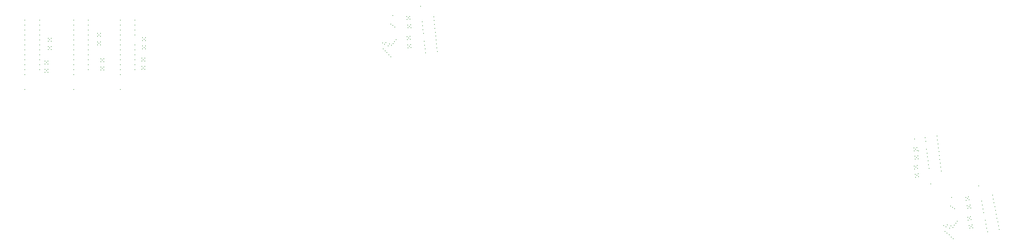
<source format=gbr>
*
G4_C Author: OrCAD GerbTool(tm) 8.1.1 Thu Jun 19 01:37:11 2003*
G4 Mass Parameters *
G4 Image *
G4 Aperture Definitions *
G4 Plot Data *
G4 Mass Parameters *
G4 Image *
G4 Aperture Definitions *
G4 Plot Data *
G4 Mass Parameters *
G4 Image *
G4 Aperture Definitions *
G4 Plot Data *
G4 Mass Parameters *
G4 Image *
G4 Aperture Definitions *
G4 Plot Data *
%LPD*%
%FSLAX34Y34*%
%MOIN*%
%AD*%
%ADD10R,0.050000X0.050000*%
%ADD11C,0.006000*%
%ADD12C,0.019000*%
%ADD13C,0.007900*%
%ADD14C,0.005000*%
%ADD15C,0.000800*%
%ADD16R,0.070000X0.025000*%
%ADD17R,0.068000X0.023000*%
%ADD18C,0.006000*%
%ADD19C,0.009800*%
%ADD20C,0.010000*%
%ADD21C,0.030000*%
%ADD22C,0.060000*%
%ADD23C,0.035000*%
%ADD24C,0.055000*%
%ADD25C,0.065000*%
%ADD256C,0.015000*%
%ADD257C,0.011000*%
%ADD258C,0.036000*%
G4_C OrCAD GerbTool Tool List *
G4_D256 2 0.0150 T 0 0*
G4_D257 1 0.0110 T 0 0*
G4_D258 3 0.0360 T 0 0*
G54D257*
G1X11812Y38880D3*
G1X11810Y38380D3*
G1X11810Y37880D3*
G1X11812Y36379D3*
G1X11811Y35879D3*
G1X11810Y35380D3*
G1X11810Y34880D3*
G1X11811Y34380D3*
G1X11811Y33879D3*
G1X10340Y38881D3*
G1X10340Y38381D3*
G1X10339Y37880D3*
G1X10339Y37381D3*
G1X10339Y36881D3*
G1X10339Y36380D3*
G1X10340Y35880D3*
G1X10340Y35381D3*
G1X10339Y34880D3*
G1X10340Y34381D3*
G1X10339Y33881D3*
G1X10340Y33380D3*
G1X10339Y31881D3*
G1X11810Y37380D3*
G1X12798Y33910D3*
G1X12798Y34211D3*
G1X12499Y33910D3*
G1X12499Y34210D3*
G1X12649Y34060D3*
G1X12798Y34750D3*
G1X12798Y35051D3*
G1X12498Y34750D3*
G1X12498Y35050D3*
G1X12648Y34900D3*
G1X12875Y35974D3*
G1X12875Y36274D3*
G1X12575Y35974D3*
G1X12575Y36274D3*
G1X12725Y36124D3*
G1X12874Y36814D3*
G1X12874Y37114D3*
G1X12575Y36814D3*
G1X12575Y37114D3*
G1X12725Y36964D3*
G1X7121Y37380D3*
G1X7122Y36879D3*
G1X7123Y36379D3*
G1X7122Y35879D3*
G1X7121Y35380D3*
G1X7121Y34880D3*
G1X7122Y34380D3*
G1X7122Y33879D3*
G1X5651Y38882D3*
G1X5651Y38382D3*
G1X5650Y37881D3*
G1X5650Y37382D3*
G1X5650Y36882D3*
G1X5650Y36381D3*
G1X5651Y35881D3*
G1X5651Y35382D3*
G1X5650Y34881D3*
G1X5651Y34382D3*
G1X5650Y33882D3*
G1X5651Y33381D3*
G1X5650Y31881D3*
G1X7121Y38880D3*
G1X7121Y38380D3*
G1X7121Y37880D3*
G1X8667Y33856D3*
G1X8667Y34156D3*
G1X8367Y33856D3*
G1X8368Y34156D3*
G1X8518Y34006D3*
G1X8666Y34696D3*
G1X8666Y34996D3*
G1X8367Y34696D3*
G1X8367Y34996D3*
G1X8517Y34846D3*
G1X8336Y36398D3*
G1X8336Y36699D3*
G1X8037Y36398D3*
G1X8037Y36698D3*
G1X8187Y36548D3*
G1X8336Y37238D3*
G1X8336Y37538D3*
G1X8036Y37238D3*
G1X8036Y37538D3*
G1X8186Y37388D3*
G1X2194Y38879D3*
G1X2192Y38379D3*
G1X2192Y37879D3*
G1X2192Y37379D3*
G1X2193Y36878D3*
G1X2194Y36378D3*
G1X2193Y35878D3*
G1X2192Y35379D3*
G1X2192Y34879D3*
G1X2193Y34379D3*
G1X2193Y33878D3*
G1X722Y38880D3*
G1X722Y38380D3*
G1X721Y37879D3*
G1X721Y37380D3*
G1X721Y36880D3*
G1X721Y36379D3*
G1X722Y35879D3*
G1X722Y35380D3*
G1X721Y34879D3*
G1X722Y34380D3*
G1X721Y33880D3*
G1X722Y33379D3*
G1X721Y31879D3*
G1X3055Y33621D3*
G1X3055Y33921D3*
G1X2755Y33621D3*
G1X2755Y33921D3*
G1X2905Y33771D3*
G1X3054Y34461D3*
G1X3054Y34761D3*
G1X2754Y34461D3*
G1X2755Y34760D3*
G1X2904Y34611D3*
G1X3374Y35925D3*
G1X3374Y36225D3*
G1X3074Y35925D3*
G1X3074Y36225D3*
G1X3224Y36075D3*
G1X3373Y36765D3*
G1X3373Y37065D3*
G1X3073Y36765D3*
G1X3074Y37064D3*
G1X3223Y36915D3*
G1X37481Y36492D3*
G1X37616Y35199D3*
G1X37622Y38498D3*
G1X37814Y38343D3*
G1X38007Y38187D3*
G1X38141Y36912D3*
G1X37985Y36720D3*
G1X37829Y36527D3*
G1X37673Y36335D3*
G1X36768Y36594D3*
G1X36960Y36437D3*
G1X37326Y36299D3*
G1X37116Y36630D3*
G1X37220Y35621D3*
G1X37025Y35795D3*
G1X37421Y35383D3*
G1X36829Y35992D3*
G1X42297Y35704D3*
G1X42256Y36097D3*
G1X42214Y36488D3*
G1X42173Y36878D3*
G1X42132Y37270D3*
G1X42091Y37661D3*
G1X42050Y38053D3*
G1X42009Y38445D3*
G1X41968Y38837D3*
G1X41926Y39227D3*
G1X41102Y35578D3*
G1X41061Y35970D3*
G1X41020Y36361D3*
G1X40979Y36753D3*
G1X40897Y37536D3*
G1X40855Y37927D3*
G1X40814Y38319D3*
G1X40773Y38711D3*
G1X40609Y40275D3*
G1X39651Y36125D3*
G1X39620Y36423D3*
G1X39353Y36093D3*
G1X39322Y36392D3*
G1X39486Y36258D3*
G1X39563Y36960D3*
G1X39531Y37258D3*
G1X39264Y36929D3*
G1X39234Y37226D3*
G1X39398Y37093D3*
G1X39629Y38132D3*
G1X39598Y38431D3*
G1X39331Y38101D3*
G1X39300Y38399D3*
G1X39465Y38266D3*
G1X39540Y38968D3*
G1X39509Y39266D3*
G1X39242Y38936D3*
G1X39212Y39234D3*
G1X39376Y39101D3*
G1X37791Y39355D3*
G1X94076Y18104D3*
G1X94323Y16828D3*
G1X94041Y20116D3*
G1X94246Y19977D3*
G1X94452Y19839D3*
G1X94696Y18581D3*
G1X94558Y18375D3*
G1X94419Y18170D3*
G1X94281Y17965D3*
G1X93356Y18144D3*
G1X93561Y18004D3*
G1X93938Y17898D3*
G1X93699Y18211D3*
G1X93891Y17214D3*
G1X93682Y17371D3*
G1X94112Y16995D3*
G1X93469Y17550D3*
G1X98942Y17739D3*
G1X98866Y18127D3*
G1X98791Y18513D3*
G1X98716Y18899D3*
G1X98641Y19285D3*
G1X98566Y19671D3*
G1X98491Y20058D3*
G1X98416Y20445D3*
G1X98341Y20831D3*
G1X98266Y21217D3*
G1X97763Y17510D3*
G1X97687Y17897D3*
G1X97612Y18283D3*
G1X97537Y18669D3*
G1X97387Y19442D3*
G1X97312Y19829D3*
G1X97237Y20215D3*
G1X97162Y20602D3*
G1X96861Y22146D3*
G1X96269Y17928D3*
G1X96212Y18222D3*
G1X95975Y17871D3*
G1X95918Y18165D3*
G1X96094Y18046D3*
G1X96108Y18752D3*
G1X96051Y19047D3*
G1X95814Y18695D3*
G1X95758Y18989D3*
G1X95932Y18871D3*
G1X96073Y19926D3*
G1X96015Y20220D3*
G1X95778Y19869D3*
G1X95721Y20163D3*
G1X95897Y20045D3*
G1X95911Y20750D3*
G1X95854Y21045D3*
G1X95617Y20693D3*
G1X95561Y20987D3*
G1X95736Y20869D3*
G1X94135Y20984D3*
G1X90821Y25699D3*
G1X93100Y23656D3*
G1X93052Y24047D3*
G1X93004Y24437D3*
G1X92956Y24829D3*
G1X92908Y25219D3*
G1X92860Y25611D3*
G1X92812Y26000D3*
G1X92764Y26392D3*
G1X92716Y26783D3*
G1X92668Y27173D3*
G1X92052Y22339D3*
G1X91861Y23901D3*
G1X91813Y24291D3*
G1X91765Y24682D3*
G1X91717Y25073D3*
G1X91669Y25464D3*
G1X91621Y25854D3*
G1X91525Y26635D3*
G1X91477Y27026D3*
G1X90805Y23070D3*
G1X90768Y23368D3*
G1X90507Y23033D3*
G1X90471Y23331D3*
G1X90638Y23201D3*
G1X90702Y23904D3*
G1X90665Y24201D3*
G1X90404Y23867D3*
G1X90368Y24164D3*
G1X90534Y24034D3*
G1X90772Y24886D3*
G1X90736Y25183D3*
G1X90475Y24849D3*
G1X90438Y25147D3*
G1X90605Y25016D3*
G1X90669Y25719D3*
G1X90633Y26017D3*
G1X90371Y25683D3*
G1X90336Y25980D3*
G1X90502Y25850D3*
G1X90411Y26896D3*
M2*

</source>
